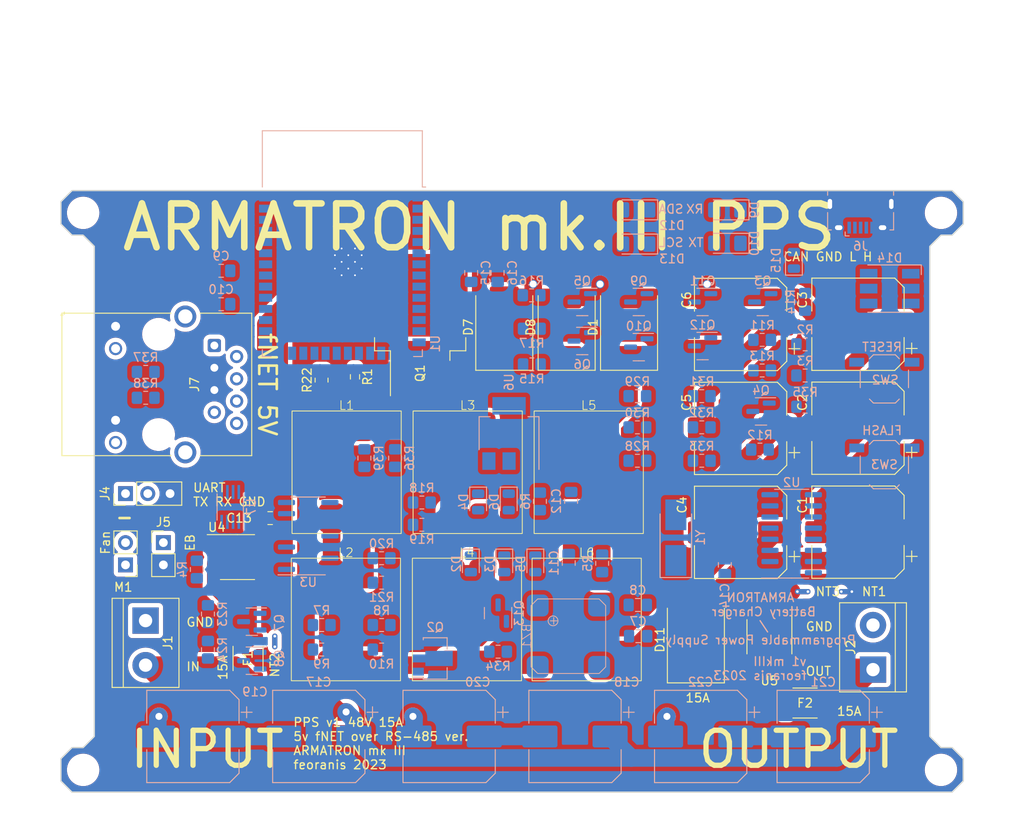
<source format=kicad_pcb>
(kicad_pcb (version 20221018) (generator pcbnew)
  (layers (0 "F.Cu" signal) (1 "In1.Cu" power) (2 "In2.Cu" signal) (31 "B.Cu" signal) (34 "B.Paste" user) (35 "F.Paste" user) (36 "B.SilkS" user "B.Silkscreen") (37 "F.SilkS" user "F.Silkscreen") (38 "B.Mask" user) (39 "F.Mask" user) (44 "Edge.Cuts" user))
  (net 0 "")
  (net 1 "VOUT")
  (net 2 "Net-(C1-Pad2)")
  (net 3 "Net-(C2-Pad2)")
  (net 4 "GND")
  (net 5 "Net-(C4-Pad2)")
  (net 6 "Net-(C5-Pad2)")
  (net 7 "Net-(D1-K)")
  (net 8 "Net-(J1-Pin_2)")
  (net 9 "Net-(J2-Pin_1)")
  (net 10 "SW")
  (net 11 "SWITCH_PIN")
  (net 16 "Net-(D11-A)")
  (net 18 "+5V")
  (net 30 "RS485_A")
  (net 31 "Net-(L1-Pad2)")
  (net 32 "Net-(L3-Pad2)")
  (net 33 "Net-(L5-Pad2)")
  (net 34 "Net-(U2-XI)")
  (net 36 "Net-(U2-XO)")
  (net 38 "PIN_RESET")
  (net 39 "PIN_FLASH")
  (net 40 "RESET_UART")
  (net 41 "RESET_Header")
  (net 42 "FLASH_UART")
  (net 43 "Net-(D5-K)")
  (net 44 "Net-(D6-K)")
  (net 45 "VBUS")
  (net 46 "D+")
  (net 47 "D-")
  (net 49 "TX")
  (net 50 "RX")
  (net 55 "nDTR")
  (net 56 "nRTS")
  (net 58 "SDA")
  (net 59 "SCL")
  (net 60 "Net-(U4-FILTER)")
  (net 61 "Net-(U5-FILTER)")
  (net 62 "VIN")
  (net 63 "PIN_BATT_B_SENSE")
  (net 64 "PIN_BATT_B_SENSE_ADC")
  (net 65 "PIN_VIN_SENSE")
  (net 66 "PIN_VIN_SENSE_ADC")
  (net 67 "IN")
  (net 68 "OUT")
  (net 69 "PIN_VOUT_SENSE")
  (net 70 "Net-(BZ1-+)")
  (net 71 "Net-(D9-A)")
  (net 72 "Net-(D10-A)")
  (net 73 "PIN_RGB_G")
  (net 74 "PIN_RGB_R")
  (net 75 "PIN_RGB_B")
  (net 76 "Net-(J7-Pad10)")
  (net 77 "Net-(J7-Pad12)")
  (net 79 "Net-(D12-A)")
  (net 80 "Net-(D13-A)")
  (net 81 "EB")
  (net 82 "+12V")
  (net 83 "Net-(M1--)")
  (net 84 "Net-(NT2-Pad1)")
  (net 85 "Net-(NT3-Pad1)")
  (net 86 "Net-(Q2-B)")
  (net 87 "Net-(Q3-B)")
  (net 88 "Net-(Q3-C)")
  (net 89 "Net-(Q4-B)")
  (net 90 "Net-(Q4-C)")
  (net 91 "Net-(Q5-B)")
  (net 92 "Net-(Q5-C)")
  (net 93 "Net-(Q6-B)")
  (net 94 "Net-(Q7-B)")
  (net 95 "Net-(Q8-B)")
  (net 96 "Net-(Q9-B)")
  (net 97 "Net-(Q10-B)")
  (net 98 "Net-(Q10-C)")
  (net 99 "Net-(Q11-B)")
  (net 100 "Net-(Q11-C)")
  (net 101 "Net-(Q12-C)")
  (net 102 "Net-(Q13-B)")
  (net 103 "VIN_ADC")
  (net 104 "VOUT_ADC")
  (net 105 "PIN_Fan")
  (net 106 "PIN_BUZZER")
  (net 107 "+3.3V")
  (net 108 "Net-(D14-BK)")
  (net 109 "Net-(D14-RK)")
  (net 110 "Net-(D14-GK)")
  (net 111 "RS485_B")
  (net 112 "RS485_RX")
  (net 113 "RS485_RX_H")
  (net 114 "RS485_TX")
  (net 115 "RS485_TX_H")
  (net 116 "RS485_DE")
  (net 117 "LED_1A")
  (net 118 "LED_1B")
  (net 119 "Net-(C17-Pad2)")
  (net 120 "Net-(C18-Pad2)")
  (net 121 "Net-(C21-Pad2)")
  (net 122 "GND_PIN")
  (net 123 "PGND")
  (footprint "Capacitor_SMD:CP_Elec_10x10" (layer "F.Cu") (at 120.668 107.543 180)
    (fp_text reference "C4")
    (fp_text value "1000µF 16v")
  )
  (footprint "Diode_SMD:D_SMC" (layer "F.Cu") (at 93.726 84.156 90)
    (fp_text reference "D7")
    (fp_text value "D")
  )
  (footprint "Diode_SMD:D_SMC" (layer "F.Cu") (at 107.95 84.156 90)
    (fp_text reference "D1")
    (fp_text value "D")
  )
  (footprint "NetTie:NetTie-2_THT_Pad0.3mm" (layer "F.Cu") (at 128.34 114.3 180)
    (fp_text reference "NT3")
    (fp_text value "NetTie_2")
  )
  (footprint "Fuse:Fuse_1812_4532Metric_Pad1.30x3.40mm_HandSolder" (layer "F.Cu") (at 128.016 127 180)
    (fp_text reference "F2")
    (fp_text value "15A")
  )
  (footprint "components:CDRH124" (layer "F.Cu") (at 75.7555 100.6905)
    (fp_text reference "L1")
    (fp_text value "1mH 4A")
  )
  (footprint "Diode_SMD:D_SMC" (layer "F.Cu") (at 115.57 119.79 90)
    (fp_text reference "D11")
    (fp_text value "D")
  )
  (footprint "components:CDRH124" (layer "F.Cu") (at 75.6715 117.475)
    (fp_text reference "L2")
    (fp_text value "1mH 4A")
  )
  (footprint "MountingHole:MountingHole_3.2mm_M3" (layer "F.Cu") (at 45.72 71.12)
    (fp_text reference "MH4" hide)
    (fp_text value "MountingHole_3.2mm_M3")
  )
  (footprint "MountingHole:MountingHole_3.2mm_M3" (layer "F.Cu") (at 45.72 134.62)
    (fp_text reference "MH1" hide)
    (fp_text value "MountingHole_3.2mm_M3")
  )
  (footprint "Connector_PinHeader_2.54mm:PinHeader_1x02_P2.54mm_Vertical" (layer "F.Cu") (at 54.864 108.712)
    (fp_text reference "J5")
    (fp_text value "Conn_01x02")
  )
  (footprint "Package_SO:SOIC-8_3.9x4.9mm_P1.27mm" (layer "F.Cu") (at 63.311 110.363)
    (fp_text reference "U4")
    (fp_text value "ACS712xLCTR-20A")
  )
  (footprint "Diode_SMD:D_SMC" (layer "F.Cu") (at 100.838 84.156 90)
    (fp_text reference "D8")
    (fp_text value "D")
  )
  (footprint "Connector_RJ:RJ45_Hanrun_HR911105A" (layer "F.Cu") (at 60.6745 86.238 -90)
    (fp_text reference "J7")
    (fp_text value "RJ45_LED_Shielded")
  )
  (footprint "Fuse:Fuse_1812_4532Metric_Pad1.30x3.40mm_HandSolder" (layer "F.Cu") (at 64.516 121.92 90)
    (fp_text reference "F1")
    (fp_text value "15A")
  )
  (footprint "Package_SO:SOIC-8_3.9x4.9mm_P1.27mm" (layer "F.Cu") (at 123.952 119.445 -90)
    (fp_text reference "U5")
    (fp_text value "ACS712xLCTR-20A")
  )
  (footprint "Capacitor_SMD:CP_Elec_10x10" (layer "F.Cu") (at 120.668 95.693 180)
    (fp_text reference "C5")
    (fp_text value "1000µF 16v")
  )
  (footprint "Connector_PinHeader_2.54mm:PinHeader_1x03_P2.54mm_Vertical" (layer "F.Cu") (at 50.546 103.124 90)
    (fp_text reference "J4")
    (fp_text value "Conn_01x03_Pin")
  )
  (footprint "components:CDRH124" (layer "F.Cu") (at 89.5555 100.6905)
    (fp_text reference "L3")
    (fp_text value "1mH 4A")
  )
  (footprint "components:CDRH124" (layer "F.Cu") (at 103.3555 100.6905)
    (fp_text reference "L5")
    (fp_text value "1mH 4A")
  )
  (footprint "NetTie:NetTie-2_THT_Pad0.3mm" (layer "F.Cu") (at 67.564 120.58 90)
    (fp_text reference "NT2")
    (fp_text value "NetTie_2")
  )
  (footprint "MountingHole:MountingHole_3.2mm_M3" (layer "F.Cu") (at 143.51 134.62)
    (fp_text reference "MH2" hide)
    (fp_text value "MountingHole_3.2mm_M3")
  )
  (footprint "Resistor_SMD:R_0603_1608Metric_Pad0.98x0.95mm_HandSolder" (layer "F.Cu") (at 76.708 89.8125 -90)
    (fp_text reference "R1")
    (fp_text value "R")
  )
  (footprint "Capacitor_SMD:C_0805_2012Metric_Pad1.18x1.45mm_HandSolder" (layer "F.Cu") (at 67.0345 105.918)
    (fp_text reference "C13")
    (fp_text value "1n")
  )
  (footprint "Capacitor_SMD:CP_Elec_10x10" (layer "F.Cu") (at 134.048 95.67 180)
    (fp_text reference "C2")
    (fp_text value "1000µF 16v")
  )
  (footprint "Package_TO_SOT_SMD:TO-263-2" (layer "F.Cu") (at 84.1375 82.018 90)
    (fp_text reference "Q1")
    (fp_text value "IRF4905")
  )
  (footprint "MountingHole:MountingHole_3.2mm_M3" (layer "F.Cu") (at 143.51 71.12)
    (fp_text reference "MH3" hide)
    (fp_text value "MountingHole_3.2mm_M3")
  )
  (footprint "NetTie:NetTie-2_THT_Pad0.3mm" (layer "F.Cu") (at 132.15 114.3)
    (fp_text reference "NT1")
    (fp_text value "NetTie_2")
  )
  (footprint "Connector_PinHeader_2.54mm:PinHeader_1x02_P2.54mm_Vertical" (layer "F.Cu") (at 50.546 111.252 180)
    (fp_text reference "M1")
    (fp_text value "Fan")
  )
  (footprint "Resistor_SMD:R_0805_2012Metric_Pad1.20x1.40mm_HandSolder" (layer "F.Cu") (at 72.898 90.186 90)
    (fp_text reference "R22")
    (fp_text value "10K")
  )
  (footprint "TerminalBlock:TerminalBlock_bornier-2_P5.08mm" (layer "F.Cu") (at 135.763 123.19 90)
    (fp_text reference "J2")
    (fp_text value "Screw_Terminal_01x02")
  )
  (footprint "components:CDRH124" (layer "F.Cu") (at 103.124 117.475)
    (fp_text reference "L6")
    (fp_text value "1mH 4A")
  )
  (footprint "Capacitor_SMD:CP_Elec_10x10" (layer "F.Cu") (at 120.668 83.843 180)
    (fp_text reference "C6")
    (fp_text value "1000µF 16v")
  )
  (footprint "Capacitor_SMD:CP_Elec_10x10" (layer "F.Cu") (at 134.048 107.52 180)
    (fp_text reference "C1")
    (fp_text value "1000µf 16v")
  )
  (footprint "components:CDRH124" (layer "F.Cu") (at 89.4715 117.475)
    (fp_text reference "L4")
    (fp_text value "1mH 4A")
  )
  (footprint "Capacitor_SMD:CP_Elec_10x10" (layer "F.Cu") (at 134.048 83.82 180)
    (fp_text reference "C3")
    (fp_text value "1000µF 16v")
  )
  (footprint "TerminalBlock:TerminalBlock_bornier-2_P5.08mm" (layer "F.Cu") (at 52.832 117.602 -90)
    (fp_text reference "J1")
    (fp_text value "Screw_Terminal_01x02")
  )
  (footprint "Diode_SMD:D_0805_2012Metric" (layer "B.Cu") (at 94.234 104.0745 -90)
    (fp_text reference "D6")
    (fp_text value "D")
  )
  (footprint "Package_TO_SOT_SMD:SOT-23" (layer "B.Cu") (at 109.063 86.426 180)
    (fp_text reference "Q10")
    (fp_text value "BC817")
  )
  (footprint "Capacitor_SMD:CP_Elec_10x10" (layer "B.Cu") (at 116.115 130.81 180)
    (fp_text reference "C22")
    (fp_text value "470µf 25v")
  )
  (footprint "Package_SO:SOIC-14_3.9x8.7mm_P1.27mm" (layer "B.Cu") (at 71.374 107.95)
    (fp_text reference "U3")
    (fp_text value "MCP3428")
  )
  (footprint "Capacitor_SMD:CP_Elec_10x10" (layer "B.Cu") (at 101.79 130.81 180)
    (fp_text reference "C18")
    (fp_text value "470µf 25v")
  )
  (footprint "Resistor_SMD:R_0805_2012Metric_Pad1.20x1.40mm_HandSolder" (layer "B.Cu") (at 77.777 99.076 90)
    (fp_text reference "R39")
    (fp_text value "1K")
  )
  (footprint "Diode_SMD:D_0805_2012Metric" (layer "B.Cu") (at 93.726 111.14 -90)
    (fp_text reference "D3")
    (fp_text value "D")
  )
  (footprint "LED_SMD:LED_1206_3216Metric_Pad1.42x1.75mm_HandSolder" (layer "B.Cu") (at 108.7485 70.778 180)
    (fp_text reference "D12")
    (fp_text value "LED")
  )
  (footprint "Package_TO_SOT_SMD:SOT-23" (layer "B.Cu") (at 102.616 81.28 180)
    (fp_text reference "Q5")
    (fp_text value "BC817")
  )
  (footprint "Resistor_SMD:R_0805_2012Metric_Pad1.20x1.40mm_HandSolder" (layer "B.Cu") (at 128.032 93.218 180)
    (fp_text reference "R35")
    (fp_text value "220R")
  )
  (footprint "Package_TO_SOT_SMD:SOT-23" (layer "B.Cu") (at 93.02 116.7515 90)
    (fp_text reference "Q13")
    (fp_text value "BC817")
  )
  (footprint "Resistor_SMD:R_0805_2012Metric_Pad1.20x1.40mm_HandSolder" (layer "B.Cu") (at 84.328 106.68)
    (fp_text reference "R19")
    (fp_text value "15K")
  )
  (footprint "Resistor_SMD:R_0805_2012Metric_Pad1.20x1.40mm_HandSolder" (layer "B.Cu") (at 52.848 89.252 180)
    (fp_text reference "R37")
    (fp_text value "1K")
  )
  (footprint "Resistor_SMD:R_0805_2012Metric_Pad1.20x1.40mm_HandSolder" (layer "B.Cu") (at 123.1275 85.598 180)
    (fp_text reference "R11")
    (fp_text value "10K")
  )
  (footprint "Capacitor_SMD:CP_Elec_10x10" (layer "B.Cu") (at 58.23 130.81 180)
    (fp_text reference "C19")
    (fp_text value "470µf 25v")
  )
  (footprint "Connector_USB:USB_Micro-B_Amphenol_10118194_Horizontal" (layer "B.Cu") (at 134.35 71.404)
    (fp_text reference "J6")
    (fp_text value "USB_B_Micro")
  )
  (footprint "Resistor_SMD:R_0805_2012Metric_Pad1.20x1.40mm_HandSolder" (layer "B.Cu") (at 96.8365 80.518 180)
    (fp_text reference "R16")
    (fp_text value "1K")
  )
  (footprint "Package_TO_SOT_SMD:SOT-23" (layer "B.Cu") (at 102.616 85.73 180)
    (fp_text reference "Q6")
    (fp_text value "BC817")
  )
  (footprint "Resistor_SMD:R_0805_2012Metric_Pad1.20x1.40mm_HandSolder" (layer "B.Cu") (at 59.944 116.856 90)
    (fp_text reference "R23")
    (fp_text value "10K")
  )
  (footprint "Package_TO_SOT_SMD:SOT-23" (layer "B.Cu") (at 64.9455 117.724 180)
    (fp_text reference "Q7")
    (fp_text value "BC817")
  )
  (footprint "Resistor_SMD:R_0805_2012Metric_Pad1.20x1.40mm_HandSolder" (layer "B.Cu") (at 123.1275 89.088 180)
    (fp_text reference "R13")
    (fp_text value "1k")
  )
  (footprint "Resistor_SMD:R_0805_2012Metric_Pad1.20x1.40mm_HandSolder" (layer "B.Cu") (at 59.944 120.92 90)
    (fp_text reference "R24")
    (fp_text value "10K")
  )
  (footprint "Resistor_SMD:R_0805_2012Metric_Pad1.20x1.40mm_HandSolder" (layer "B.Cu") (at 116.2375 92.014 180)
    (fp_text reference "R31")
    (fp_text value "10K")
  )
  (footprint "RF_Module:ESP32-WROOM-32" (layer "B.Cu") (at 75.265 77.6175 180)
    (fp_text reference "U1")
    (fp_text value "ESP32-WROOM-32")
  )
  (footprint "Resistor_SMD:R_0805_2012Metric_Pad1.20x1.40mm_HandSolder" (layer "B.Cu") (at 116.2375 99.38 180)
    (fp_text reference "R33")
    (fp_text value "1k")
  )
  (footprint "Resistor_SMD:R_0805_2012Metric_Pad1.20x1.40mm_HandSolder" (layer "B.Cu") (at 84.328 104.14 180)
    (fp_text reference "R18")
    (fp_text value "220K")
  )
  (footprint "Diode_SMD:D_0805_2012Metric" (layer "B.Cu") (at 90.747 104.0745 -90)
    (fp_text reference "D4")
    (fp_text value "D")
  )
  (footprint "Resistor_SMD:R_0805_2012Metric_Pad1.20x1.40mm_HandSolder" (layer "B.Cu") (at 52.848 92.202 180)
    (fp_text reference "R38")
    (fp_text value "1K")
  )
  (footprint "Package_TO_SOT_SMD:SOT-23" (layer "B.Cu") (at 116.332 86.304 180)
    (fp_text reference "Q12")
    (fp_text value "BC817")
  )
  (footprint "Diode_SMD:D_0805_2012Metric" (layer "B.Cu") (at 89.916 111.14 -90)
    (fp_text reference "D2")
    (fp_text value "D")
  )
  (footprint "Resistor_SMD:R_0805_2012Metric_Pad1.20x1.40mm_HandSolder" (layer "B.Cu") (at 72.914 120.904)
    (fp_text reference "R9")
    (fp_text value "15K")
  )
  (footprint "Resistor_SMD:R_0805_2012Metric_Pad1.20x1.40mm_HandSolder" (layer "B.Cu") (at 104.886 111.0775 -90)
    (fp_text reference "R5")
    (fp_text value "10K")
  )
  (footprint "LED_SMD:LED_1206_3216Metric_Pad1.42x1.75mm_HandSolder" (layer "B.Cu") (at 108.7485 74.676 180)
    (fp_text reference "D13")
    (fp_text value "LED")
  )
  (footprint "Resistor_SMD:R_0805_2012Metric_Pad1.20x1.40mm_HandSolder" (layer "B.Cu") (at 79.74 110.49 180)
    (fp_text reference "R20")
    (fp_text value "220K")
  )
  (footprint "Package_SO:SOIC-16_3.9x9.9mm_P1.27mm" (layer "B.Cu") (at 126.492 107.696)
    (fp_text reference "U2")
    (fp_text value "CH340G")
  )
  (footprint "Resistor_SMD:R_0805_2012Metric_Pad1.20x1.40mm_HandSolder" (layer "B.Cu") (at 128.016 81.264 -90)
    (fp_text reference "R14")
    (fp_text value "1k")
  )
  (footprint "LED_SMD:LED_1206_3216Metric_Pad1.42x1.75mm_HandSolder" (layer "B.Cu") (at 119.1625 74.588 180)
    (fp_text reference "D10")
    (fp_text value "LED")
  )
  (footprint "Capacitor_SMD:CP_Elec_10x10" (layer "B.Cu") (at 87.44 130.81 180)
    (fp_text reference "C20")
    (fp_text value "470µf 25v")
  )
  (footprint "Button_Switch_SMD:SW_SPST_TL3342" (layer "B.Cu") (at 137.058 99.822 180)
    (fp_text reference "SW3")
    (fp_text value "SW_Push")
  )
  (footprint "components:cmt-8504" (layer "B.Cu") (at 101.036 119.38 -90)
    (fp_text reference "BZ1")
    (fp_text value "Buzzer")
  )
  (footprint "Package_TO_SOT_SMD:SOT-89-3" (layer "B.Cu") (at 85.852 121.92)
    (fp_text reference "Q2")
    (fp_text value "BCX56")
  )
  (footprint "Capacitor_SMD:CP_Elec_10x10" (layer "B.Cu") (at 130.085 130.81 180)
    (fp_text reference "C21")
    (fp_text value "470µf 25v")
  )
  (footprint "Capacitor_SMD:C_0805_2012Metric_Pad1.18x1.45mm_HandSolder" (layer "B.Cu") (at 101.346 103.9745 -90)
    (fp_text reference "C12")
    (fp_text value "100n")
  )
  (footprint "Resistor_SMD:R_0805_2012Metric_Pad1.20x1.40mm_HandSolder" (layer "B.Cu") (at 79.74 118.11 180)
    (fp_text reference "R8")
    (fp_text value "22K")
  )
  (footprint "LED_SMD:LED_RGB_5050-6" (layer "B.Cu") (at 137.668 79.756 180)
    (fp_text reference "D14")
    (fp_text value "LED_RGB")
  )
  (footprint "Capacitor_SMD:C_0805_2012Metric_Pad1.18x1.45mm_HandSolder" (layer "B.Cu") (at 61.4465 81.534 180)
    (fp_text reference "C10")
    (fp_text value "100n")
  )
  (footprint "Package_TO_SOT_SMD:SOT-23" (layer "B.Cu") (at 109.063 81.28 180)
    (fp_text reference "Q9")
    (fp_text value "BC817")
  )
  (footprint "Capacitor_SMD:C_0805_2012Metric_Pad1.18x1.45mm_HandSolder" (layer "B.Cu") (at 89.954 77.9565 90)
    (fp_text reference "C15")
    (fp_text value "10u")
  )
  (footprint "Resistor_SMD:R_0805_2012Metric_Pad1.20x1.40mm_HandSolder" (layer "B.Cu") (at 58.674 111.776 -90)
    (fp_text reference "R4")
    (fp_text value "1K")
  )
  (footprint "Resistor_SMD:R_0805_2012Metric_Pad1.20x1.40mm_HandSolder" (layer "B.Cu") (at 81.28 99.076 90)
    (fp_text reference "R36")
    (fp_text value "1K")
  )
  (footprint "Resistor_SMD:R_0805_2012Metric_Pad1.20x1.40mm_HandSolder" (layer "B.Cu") (at 93.02 121.148)
    (fp_text reference "R34")
    (fp_text value "10K")
  )
  (footprint "Diode_SMD:D_0805_2012Metric" (layer "B.Cu") (at 126.746 76.5325 90)
    (fp_text reference "D15")
    (fp_text value "D")
  )
  (footprint "Resistor_SMD:R_0805_2012Metric_Pad1.20x1.40mm_HandSolder" (layer "B.Cu") (at 128.032 86.106 180)
    (fp_text reference "R2")
    (fp_text value "220R")
  )
  (footprint "Crystal:Crystal_SMD_5032-2Pin_5.0x3.2mm_HandSoldering" (layer "B.Cu") (at 113.284 108.144 90)
    (fp_text reference "Y1")
    (fp_text value "12MHz")
  )
  (footprint "Resistor_SMD:R_0805_2012Metric_Pad1.20x1.40mm_HandSolder" (layer "B.Cu") (at 128.032 89.662 180)
    (fp_text reference "R3")
    (fp_text value "220R")
  )
  (footprint "Package_TO_SOT_SMD:SOT-23" (layer "B.Cu") (at 122.9955 93.756 180)
    (fp_text reference "Q4")
    (fp_text value "BC817")
  )
  (footprint "Resistor_SMD:R_0805_2012Metric_Pad1.20x1.40mm_HandSolder" (layer "B.Cu") (at 96.8685 84.328)
    (fp_text reference "R17")
    (fp_text value "10K")
  )
  (footprint "Capacitor_SMD:C_0805_2012Metric_Pad1.18x1.45mm_HandSolder" (layer "B.Cu") (at 61.4465 77.724 180)
    (fp_text reference "C9")
    (fp_text value "4.7u")
  )
  (footprint "Resistor_SMD:R_0805_2012Metric_Pad1.20x1.40mm_HandSolder" (layer "B.Cu") (at 122.8735 98.11 180)
    (fp_text reference "R12")
    (fp_text value "10K")
  )
  (footprint "Resistor_SMD:R_0805_2012Metric_Pad1.20x1.40mm_HandSolder" (layer "B.Cu") (at 79.74 113.284)
    (fp_text reference "R21")
    (fp_text value "15K")
  )
  (footprint "Button_Switch_SMD:SW_SPST_TL3342" (layer "B.Cu") (at 137.058 90.048 180)
    (fp_text reference "SW2")
    (fp_text value "SW_Push")
  )
  (footprint "Resistor_SMD:R_0805_2012Metric_Pad1.20x1.40mm_HandSolder" (layer "B.Cu") (at 97.79 104.012 -90)
    (fp_text reference "R6")
    (fp_text value "10K")
  )
  (footprint "Resistor_SMD:R_0805_2012Metric_Pad1.20x1.40mm_HandSolder" (layer "B.Cu") (at 108.9035 99.38 180)
    (fp_text reference "R28")
    (fp_text value "10K")
  )
  (footprint "Capacitor_SMD:CP_Elec_10x10" (layer "B.Cu") (at 72.58 130.81 180)
    (fp_text reference "C17")
    (fp_text value "470µf 25v")
  )
  (footprint "Resistor_SMD:R_0805_2012Metric_Pad1.20x1.40mm_HandSolder" (layer "B.Cu") (at 108.9035 95.57 180)
    (fp_text reference "R30")
    (fp_text value "1k")
  )
  (footprint "Resistor_SMD:R_0805_2012Metric_Pad1.20x1.40mm_HandSolder" (layer "B.Cu") (at 79.74 120.904)
    (fp_text reference "R10")
    (fp_text value "15K")
  )
  (footprint "Resistor_SMD:R_0805_2012Metric_Pad1.20x1.40mm_HandSolder" (layer "B.Cu") (at 116.2375 95.57 180)
    (fp_text reference "R32")
    (fp_text value "10K")
  )
  (footprint "Capacitor_SMD:C_0805_2012Metric_Pad1.18x1.45mm_HandSolder" (layer "B.Cu") (at 118.872 111.252 90)
    (fp_text reference "C14")
    (fp_text value "1n")
  )
  (footprint "Capacitor_SMD:C_0805_2012Metric_Pad1.18x1.45mm_HandSolder" (layer "B.Cu") (at 92.964 77.9565 90)
    (fp_text reference "C16")
    (fp_text value "100n")
  )
  (footprint "Capacitor_SMD:C_0805_2012Metric_Pad1.18x1.45mm_HandSolder" (layer "B.Cu") (at 108.9875 119.38 180)
    (fp_text reference "C7")
    (fp_text value "22pF")
  )
  (footprint "LED_SMD:LED_1206_3216Metric_Pad1.42x1.75mm_HandSolder" (layer "B.Cu") (at 119.1625 70.778 180)
    (fp_text reference "D9")
    (fp_text value "LED")
  )
  (footprint "Resistor_SMD:R_0805_2012Metric_Pad1.20x1.40mm_HandSolder" (layer "B.Cu") (at 72.914 118.11 180)
    (fp_text reference "R7")
    (fp_text value "22K")
  )
  (footprint "Capacitor_SMD:C_0805_2012Metric_Pad1.18x1.45mm_HandSolder" (layer "B.Cu") (at 108.9445 115.824 180)
    (fp_text reference "C8")
    (fp_text value "22pF")
  )
  (footprint "Package_TO_SOT_SMD:SOT-23" (layer "B.Cu") (at 64.9455 122.174 180)
    (fp_text reference "Q8")
    (fp_text value "BC817")
  )
  (footprint "Package_TO_SOT_SMD:SOT-23" (layer "B.Cu") (at 123.19 81.28 180)
    (fp_text reference "Q3")
    (fp_text value "BC817")
  )
  (footprint "Package_TO_SOT_SMD:SOT-23" (layer "B.Cu") (at 116.332 81.28 180)
    (fp_text reference "Q11")
    (fp_text value "BC817")
  )
  (footprint "Capacitor_SMD:C_0805_2012Metric_Pad1.18x1.45mm_HandSolder" (layer "B.Cu") (at 101.076 111.04 -90)
    (fp_text reference "C11")
    (fp_text value "100n")
  )
  (footprint "Package_TO_SOT_SMD:SOT-223-3_TabPin2" (layer "B.Cu") (at 94.272 96.266 90)
    (fp_text reference "U6")
    (fp_text value "AMS1117-3.3")
  )
  (footprint "Diode_SMD:D_0805_2012Metric" (layer "B.Cu") (at 97.266 111.14 -90)
    (fp_text reference "D5")
    (fp_text value "D")
  )
  (footprint "Resistor_SMD:R_0805_2012Metric_Pad1.20x1.40mm_HandSolder" (layer "B.Cu") (at 96.8685 88.392)
    (fp_text reference "R15")
    (fp_text value "10K")
  )
  (footprint "Resistor_SMD:R_0805_2012Metric_Pad1.20x1.40mm_HandSolder" (layer "B.Cu") (at 108.9035 92.014 180)
    (fp_text reference "R29")
    (fp_text value "10K")
  )
  (footprint "Package_SO:SSOP-8_2.95x2.8mm_P0.65mm" (layer "B.Cu") (at 62.484 104.648 90)
    (fp_text reference "U7")
    (fp_text value "MAX485E")
  )
  (gr_poly (pts (xy 44.45 137.16) (xy 144.78 137.16) (xy 146.05 135.89) (xy 146.05 133.35) (xy 144.78 132.08) (xy 143.51 132.08) (xy 142.24 130.81) (xy 142.24 74.93) (xy 143.51 73.66) (xy 144.78 73.66) (xy 146.05 72.39) (xy 146.05 69.85) (xy 144.78 68.58) (xy 44.45 68.58) (xy 43.18 69.85) (xy 43.18 72.39) (xy 44.45 73.66) (xy 45.72 73.66) (xy 46.99 74.93) (xy 46.99 130.81) (xy 45.72 132.08) (xy 44.45 132.08) (xy 43.18 133.35) (xy 43.18 135.89)) (stroke (width 0.15)) (fill none) (layer "Edge.Cuts"))
  (gr_text "RX" (at 116.522524 71.276) (layer "B.SilkS") (effects (font (size 1 1)) (justify left bottom mirror)))
  (gr_text "SDA" (at 114.236524 71.276) (layer "B.SilkS") (effects (font (size 1 1)) (justify left bottom mirror)))
  (gr_text "SCL" (at 114.236524 75.086) (layer "B.SilkS") (effects (font (size 1 1)) (justify left bottom mirror)))
  (gr_text "RESET" (at 136.792 87) (layer "B.SilkS") (effects (font (size 1 1)) (justify bottom mirror)))
  (gr_text "ARMATRON\nBattery Charger \n/ \nProgrammable Power Supply" (at 122.936 120.396) (layer "B.SilkS") (effects (font (size 1 1)) (justify bottom mirror)))
  (gr_text "v1 mkIII\nfeoranis 2023" (at 128.27 124.46) (layer "B.SilkS") (effects (font (size 1 1)) (justify left bottom mirror)))
  (gr_text "FLASH" (at 136.792 96.52) (layer "B.SilkS") (effects (font (size 1 1)) (justify bottom mirror)))
  (gr_text "TX" (at 116.522524 75.086) (layer "B.SilkS") (effects (font (size 1 1)) (justify left bottom mirror)))
  (gr_text "OUTPUT" (at 115.57 134.62) (layer "F.SilkS") (effects (font (size 4 4) (thickness 0.6)) (justify left bottom)))
  (gr_text "CAN GND L H" (at 125.476 76.708) (layer "F.SilkS") (effects (font (size 1 1)) (justify left bottom)))
  (gr_text "fNET 5V" (at 65.532 90.678 270) (layer "F.SilkS") (effects (font (size 2 2) (thickness 0.3)) (justify bottom)))
  (gr_text "15A" (at 62.23 124.46 90) (layer "F.SilkS") (effects (font (size 1 1)) (justify left bottom)))
  (gr_text "INPUT" (at 50.8 134.62) (layer "F.SilkS") (effects (font (size 4 4) (thickness 0.6) bold) (justify left bottom)))
  (gr_text "15A" (at 131.572 128.524) (layer "F.SilkS") (effects (font (size 1 1)) (justify left bottom)))
  (gr_text "15A" (at 114.3 127) (layer "F.SilkS") (effects (font (size 1 1)) (justify left bottom)))
  (gr_text "PPS v1 48V 15A\n5v fNET over RS-485 ver.\nARMATRON mk III\nfeoranis 2023" (at 69.596 134.62) (layer "F.SilkS") (effects (font (size 1 1)) (justify left bottom)))
  (gr_text "UART\nTX RX GND" (at 58.166 104.648) (layer "F.SilkS") (effects (font (size 1 1)) (justify left bottom)))
  (gr_text "GND" (at 128.016 118.872) (layer "F.SilkS") (effects (font (size 1 1)) (justify left bottom)))
  (gr_text "GND" (at 57.404 118.364) (layer "F.SilkS") (effects (font (size 1 1)) (justify left bottom)))
  (gr_text "Fan" (at 48.26 108.712 90) (layer "F.SilkS") (effects (font (size 1 1))))
  (gr_text "ARMATRON mk.III PPS" (at 49.784 75.692) (layer "F.SilkS") (effects (font (size 5 5) (thickness 0.75)) (justify left bottom)))
  (gr_text "OUT" (at 128.016 123.952) (layer "F.SilkS") (effects (font (size 1 1)) (justify left bottom)))
  (gr_text "EB" (at 57.912 108.712 90) (layer "F.SilkS") (effects (font (size 1 1))))
  (gr_text "IN" (at 57.404 123.444) (layer "F.SilkS") (effects (font (size 1 1)) (justify left bottom)))
  (gr_text "-" (at 51.562 106.68) (layer "F.SilkS") (effects (font (size 1.5 1.5) (thickness 0.3) bold) (justify left bottom mirror)))
  (segment (start 121.412 119.38) (end 122.428 118.364) (width 2) (layer "F.Cu") (net 1))
  (segment (start 122.428 118.364) (end 122.428 117.856) (width 2) (layer "F.Cu") (net 1))
  (segment (start 122.047 116.97) (end 123.087 116.97) (width 2) (layer "F.Cu") (net 1))
  (segment (start 121.92 116.84) (end 122.177 116.84) (width 2) (layer "F.Cu") (net 1))
  (segment (start 115.57 123.19) (end 121.92 116.84) (width 2) (layer "F.Cu") (net 1))
  (segment (start 117.602 123.19) (end 121.412 119.38) (width 2) (layer "F.Cu") (net 1))
  (segment (start 115.57 123.19) (end 117.602 123.19) (width 2) (layer "F.Cu") (net 1))
  (segment (start 122.177 116.84) (end 122.047 116.97) (width 2) (layer "F.Cu") (net 1))
  (segment (start 130.048 103.67) (end 138.048 95.67) (width 2) (layer "F.Cu") (net 2))
  (segment (start 130.048 107.52) (end 130.048 103.67) (width 2) (layer "F.Cu") (net 2))
  (segment (start 130.048 95.67) (end 130.048 91.82) (width 2) (layer "F.Cu") (net 3))
  (segment (start 130.048 91.82) (end 138.048 83.82) (width 2) (layer "F.Cu") (net 3))
  (segment (start 116.668 107.543) (end 116.668 103.693) (width 2) (layer "F.Cu") (net 5))
  (segment (start 116.668 103.693) (end 124.668 95.693) (width 2) (layer "F.Cu") (net 5))
  (segment (start 116.668 95.693) (end 116.668 91.843) (width 2) (layer "F.Cu") (net 6))
  (segment (start 116.668 91.843) (end 124.668 83.843) (width 2) (layer "F.Cu") (net 6))
  (segment (start 86.6775 94.32) (end 87.841 95.4835) (width 2) (layer "F.Cu") (net 7))
  (segment (start 100.838 87.556) (end 93.726 87.556) (width 2) (layer "F.Cu") (net 7))
  (segment (start 107.95 92.6035) (end 105.07 95.4835) (width 2) (layer "F.Cu") (net 7))
  (segment (start 77.47 95.4835) (end 74.041 95.4835) (width 2) (layer "F.Cu") (net 7))
  (segment (start 105.07 95.4835) (end 101.641 95.4835) (width 2) (layer "F.Cu") (net 7))
  (segment (start 86.6775 89.668) (end 88.64 89.668) (width 2) (layer "F.Cu") (net 7))
  (segment (start 93.726 87.556) (end 88.7895 87.556) (width 2) (layer "F.Cu") (net 7))
  (segment (start 89.408 88.9) (end 106.68 88.9) (width 2) (layer "F.Cu") (net 7))
  (segment (start 86.36 87.884) (end 84.836 89.408) (width 2) (layer "F.Cu") (net 7))
  (segment (start 83.82 95.4835) (end 77.47 95.4835) (width 2) (layer "F.Cu") (net 7))
  (segment (start 84.836 94.4675) (end 83.82 95.4835) (width 2) (layer "F.Cu") (net 7))
  (segment (start 88.7895 87.556) (end 86.6775 89.668) (width 2) (layer "F.Cu") (net 7))
  (segment (start 103.1445 95.4835) (end 101.641 95.4835) (width 2) (layer "F.Cu") (net 7))
  (segment (start 100.838 87.556) (end 107.95 87.556) (width 2) (layer "F.Cu") (net 7))
  (segment (start 87.841 95.4835) (end 83.82 95.4835) (width 2) (layer "F.Cu") (net 7))
  (segment (start 88.64 89.668) (end 89.408 88.9) (width 2) (layer "F.Cu") (net 7))
  (segment (start 87.841 95.4835) (end 91.27 95.4835) (width 2) (layer "F.Cu") (net 7))
  (segment (start 86.6775 89.668) (end 86.6775 88.2015) (width 2) (layer "F.Cu") (net 7))
  (segment (start 88.4615 87.884) (end 86.36 87.884) (width 2) (layer "F.Cu") (net 7))
  (segment (start 88.7895 87.556) (end 88.4615 87.884) (width 2) (layer "F.Cu") (net 7))
  (segment (start 86.6775 89.668) (end 86.6775 94.32) (width 2) (layer "F.Cu") (net 7))
  (segment (start 84.836 89.408) (end 84.836 94.4675) (width 2) (layer "F.Cu") (net 7))
  (segment (start 107.95 87.556) (end 107.95 92.6035) (width 2) (layer "F.Cu") (net 7))
  (segment (start 106.68 88.9) (end 106.68 91.948) (width 2) (layer "F.Cu") (net 7))
  (segment (start 86.6775 88.2015) (end 86.36 87.884) (width 2) (layer "F.Cu") (net 7))
  (segment (start 106.68 91.948) (end 103.1445 95.4835) (width 2) (layer "F.Cu") (net 7))
  (segment (start 62.799 124.145) (end 64.516 124.145) (width 2) (layer "F.Cu") (net 8))
  (segment (start 52.832 122.682) (end 54.61 124.46) (width 2) (layer "F.Cu") (net 8))
  (segment (start 63.053 122.682) (end 64.516 124.145) (width 2) (layer "F.Cu") (net 8))
  (segment (start 52.832 122.682) (end 63.053 122.682) (width 2) (layer "F.Cu") (net 8))
  (segment (start 54.61 124.46) (end 62.484 124.46) (width 2) (layer "F.Cu") (net 8))
  (segment (start 62.484 124.46) (end 62.799 124.145) (width 2) (layer "F.Cu") (net 8))
  (segment (start 130.241 127) (end 130.241 126.299) (width 2) (layer "F.Cu") (net 9))
  (segment (start 135.509 122.936) (end 135.763 123.19) (width 2) (layer "F.Cu") (net 9))
  (segment (start 131.953 127) (end 135.763 123.19) (width 2) (layer "F.Cu") (net 9))
  (segment (start 133.604 122.936) (end 135.509 122.936) (width 2) (layer "F.Cu") (net 9))
  (segment (start 130.241 127) (end 131.953 127) (width 2) (layer "F.Cu") (net 9))
  (segment (start 130.241 126.299) (end 133.604 122.936) (width 2) (layer "F.Cu") (net 9))
  (segment (start 121.4395 110.7715) (end 124.668 107.543) (width 2) (layer "F.Cu") (net 16))
  (segment (start 91.186 122.682) (end 92.964 120.904) (width 2) (layer "F.Cu") (net 16))
  (segment (start 73.957 122.682) (end 77.386 122.682) (width 2) (layer "F.Cu") (net 16))
  (segment (start 115.821 116.39) (end 121.4395 110.7715) (width 2) (layer "F.Cu") (net 16))
  (segment (start 115.824 116.136) (end 115.57 116.39) (width 2) (layer "F.Cu") (net 16))
  (segment (start 114.808 114.808) (end 115.824 114.808) (width 2) (layer "F.Cu") (net 16))
  (segment (start 134.7965 110.7715) (end 138.048 107.52) (width 2) (layer "F.Cu") (net 16))
  (segment (start 112.522 116.84) (end 112.776 116.84) (width 2) (layer "F.Cu") (net 16))
  (segment (start 109.278 122.682) (end 115.57 116.39) (width 2) (layer "F.Cu") (net 16))
  (segment (start 112.776 116.84) (end 114.808 114.808) (width 2) (layer "F.Cu") (net 16))
  (segment (start 77.386 122.682) (end 87.757 122.682) (width 2) (layer "F.Cu") (net 16))
  (segment (start 115.824 114.808) (end 115.824 116.136) (width 2) (layer "F.Cu") (net 16))
  (segment (start 87.757 122.682) (end 91.186 122.682) (width 2) (layer "F.Cu") (net 16))
  (segment (start 104.8385 122.682) (end 109.278 122.682) (width 2) (layer "F.Cu") (net 16))
  (segment (start 92.964 120.904) (end 108.458 120.904) (width 2) (layer "F.Cu") (net 16))
  (segment (start 121.4395 110.7715) (end 134.7965 110.7715) (width 2) (layer "F.Cu") (net 16))
  (segment (start 108.458 120.904) (end 112.522 116.84) (width 2) (layer "F.Cu") (net 16))
  (segment (start 115.57 116.39) (end 115.821 116.39) (width 2) (layer "F.Cu") (net 16))
  (segment (start 101.4095 122.682) (end 104.8385 122.682) (width 2) (layer "F.Cu") (net 16))
  (segment (start 91.186 122.682) (end 101.4095 122.682) (width 2) (layer "F.Cu") (net 16))
  (segment (start 74.041 105.8975) (end 74.041 112.184) (width 2) (layer "F.Cu") (net 31))
  (segment (start 74.041 105.8975) (end 77.47 105.8975) (width 2) (layer "F.Cu") (net 31))
  (segment (start 77.47 112.184) (end 77.386 112.268) (width 2) (layer "F.Cu") (net 31))
  (segment (start 77.47 105.8975) (end 77.47 112.184) (width 2) (layer "F.Cu") (net 31))
  (segment (start 73.957 112.268) (end 77.386 112.268) (width 2) (layer "F.Cu") (net 31))
  (segment (start 74.041 112.184) (end 73.957 112.268) (width 2) (layer "F.Cu") (net 31))
  (segment (start 87.757 112.268) (end 91.186 112.268) (width 2) (layer "F.Cu") (net 32))
  (segment (start 91.186 112.268) (end 91.186 105.9815) (width 2) (layer "F.Cu") (net 32))
  (segment (start 87.757 112.268) (end 87.757 105.9815) (width 2) (layer "F.Cu") (net 32))
  (segment (start 91.186 105.9815) (end 91.27 105.8975) (width 2) (layer "F.Cu") (net 32))
  (segment (start 91.27 105.8975) (end 87.841 105.8975) (width 2) (layer "F.Cu") (net 32))
  (segment (start 87.757 105.9815) (end 87.841 105.8975) (width 2) (layer "F.Cu") (net 32))
  (segment (start 104.8385 106.129) (end 105.07 105.8975) (width 2) (layer "F.Cu") (net 33))
  (segment (start 104.8385 112.268) (end 104.8385 106.129) (width 2) (layer "F.Cu") (net 33))
  (segment (start 101.4095 112.268) (end 101.4095 106.129) (width 2) (layer "F.Cu") (net 33))
  (segment (start 101.4095 106.129) (end 101.641 105.8975) (width 2) (layer "F.Cu") (net 33))
  (segment (start 101.4095 112.268) (end 104.8385 112.268) (width 2) (layer "F.Cu") (net 33))
  (segment (start 101.641 105.8975) (end 105.07 105.8975) (width 2) (layer "F.Cu") (net 33))
  (segment (start 81.2235 82.804) (end 81.3625 82.943) (width 2) (layer "F.Cu") (net 62))
  (segment (start 62.676 109.028) (end 62.992 108.712) (width 2) (layer "F.Cu") (net 62))
  (segment (start 66.548 83.82) (end 69.088 81.28) (width 2) (layer "F.Cu") (net 62))
  (segment (start 60.96 109.028) (end 62.676 109.028) (width 2) (layer "F.Cu") (net 62))
  (segment (start 61.468 101.6) (end 66.548 96.52) (width 2) (layer "F.Cu") (net 62))
  (segment (start 61.468 107.826) (end 61.468 101.6) (width 2) (layer "F.Cu") (net 62))
  (segment (start 60.836 108.458) (end 61.468 107.826) (width 2) (layer "F.Cu") (net 62))
  (segment (start 60.96 108.582) (end 60.96 109.028) (width 2) (layer "F.Cu") (net 62))
  (segment (start 62.992 108.712) (end 62.992 102.616) (width 2) (layer "F.Cu") (net 62))
  (segment (start 68.072 97.536) (end 68.072 84.328) (width 2) (layer "F.Cu") (net 62))
  (segment (start 71.12 100.584) (end 68.072 97.536) (width 2) (layer "F.Cu") (net 62))
  (segment (start 60.836 108.458) (end 60.96 108.582) (width 2) (layer "F.Cu") (net 62))
  (segment (start 62.992 102.616) (end 68.072 97.536) (width 2) (layer "F.Cu") (net 62))
  (segment (start 66.548 96.52) (end 66.548 83.82) (width 2) (layer "F.Cu") (net 62))
  (segment (start 68.072 84.328) (end 69.596 82.804) (width 2) (layer "F.Cu") (net 62))
  (segment (start 71.12 124.225786) (end 71.12 100.584) (width 2) (layer "F.Cu") (net 62))
  (segment (start 74.910214 128.016) (end 71.12 124.225786) (width 2) (layer "F.Cu") (net 62))
  (segment (start 83.3755 81.28) (end 84.1375 80.518) (width 2) (layer "F.Cu") (net 62))
  (segment (start 75.692 128.016) (end 74.910214 128.016) (width 2) (layer "F.Cu") (net 62))
  (segment (start 69.596 82.804) (end 81.2235 82.804) (width 2) (layer "F.Cu") (net 62))
  (segment (start 69.088 81.28) (end 83.3755 81.28) (width 2) (layer "F.Cu") (net 62))
  (via (at 75.692 128.016) (size 1) (drill 0.8) (layers "F.Cu" "B.Cu") (net 62))
  (segment (start 108.204 133.26) (end 131.635 133.26) (width 2) (layer "B.Cu") (net 62))
  (segment (start 76.58 130.81) (end 79.03 133.26) (width 2) (layer "B.Cu") (net 62))
  (segment (start 105.79 130.846) (end 108.204 133.26) (width 2) (layer "B.Cu") (net 62))
  (segment (start 131.635 133.26) (end 134.085 130.81) (width 2) (layer "B.Cu") (net 62))
  (segment (start 79.03 133.26) (end 108.204 133.26) (width 2) (layer "B.Cu") (net 62))
  (segment (start 105.79 130.81) (end 105.79 130.846) (width 2) (layer "B.Cu") (net 62))
  (segment (start 76.58 130.81) (end 76.58 128.904) (width 2) (layer "B.Cu") (net 62))
  (segment (start 76.58 128.904) (end 75.692 128.016) (width 2) (layer "B.Cu") (net 62))
  (segment (start 62.992 118.171) (end 64.516 119.695) (width 2) (layer "F.Cu") (net 67))
  (segment (start 62.992 115.824) (end 62.992 118.171) (width 2) (layer "F.Cu") (net 67))
  (segment (start 60.836 111.636) (end 60.836 111.228) (width 2) (layer "F.Cu") (net 67))
  (segment (start 60.836 112.268) (end 60.836 113.668) (width 2) (layer "F.Cu") (net 67))
  (segment (start 64.516 119.695) (end 64.516 115.316) (width 2) (layer "F.Cu") (net 67))
  (segment (start 64.516 115.316) (end 60.836 111.636) (width 2) (layer "F.Cu") (net 67))
  (segment (start 60.836 113.668) (end 62.992 115.824) (width 2) (layer "F.Cu") (net 67))
  (segment (start 125.984 124.968) (end 125.984 126.807) (width 2) (layer "F.Cu") (net 68))
  (segment (start 125.857 116.97) (end 125.857 117.221) (width 2) (layer "F.Cu") (net 68))
  (segment (start 125.287 116.84) (end 127.508 116.84) (width 2) (layer "F.Cu") (net 68))
  (segment (start 127.508 118.872) (end 127.508 123.444) (width 2) (layer "F.Cu") (net 68))
  (segment (start 128.524 117.856) (end 128.524 124.267) (width 2) (layer "F.Cu") (net 68))
  (segment (start 125.287 116.97) (end 125.287 116.84) (width 2) (layer "F.Cu") (net 68))
  (segment (start 127.508 123.444) (end 125.984 124.968) (width 2) (layer "F.Cu") (net 68))
  (segment (start 125.287 115.505) (end 126.492 114.3) (width 2) (layer "F.Cu") (net 68))
  (segment (start 125.287 116.84) (end 125.287 115.505) (width 2) (layer "F.Cu") (net 68))
  (segment (start 128.524 124.267) (end 125.791 127) (width 2) (layer "F.Cu") (net 68))
  (segment (start 127.508 116.84) (end 128.524 117.856) (width 2) (layer "F.Cu") (net 68))
  (segment (start 125.857 117.221) (end 127.508 118.872) (width 2) (layer "F.Cu") (net 68))
  (segment (start 125.857 116.97) (end 125.287 116.97) (width 2) (layer "F.Cu") (net 68))
  (segment (start 125.984 126.807) (end 125.791 127) (width 2) (layer "F.Cu") (net 68))
  (segment (start 62.23 130.81) (end 68.58 130.81) (width 2) (layer "B.Cu") (net 119))
  (segment (start 91.44 130.81) (end 97.79 130.81) (width 2) (layer "B.Cu") (net 120))
  (segment (start 120.115 130.81) (end 126.085 130.81) (width 2) (layer "B.Cu") (net 121))
  (segment (start 97.028 79.244144) (end 97.023109 79.239253) (width 2) (layer "F.Cu") (net 123))
  (segment (start 115.824 80.756) (end 107.95 80.756) (width 2) (layer "F.Cu") (net 123))
  (segment (start 116.668 79.42) (end 116.84 79.248) (width 2) (layer "F.Cu") (net 123))
  (segment (start 97.028 80.756) (end 93.726 80.756) (width 2) (layer "F.Cu") (net 123))
  (segment (start 104.648 80.756) (end 100.838 80.756) (width 2) (layer "F.Cu") (net 123))
  (segment (start 107.95 80.756) (end 104.648 80.756) (width 2) (layer "F.Cu") (net 123))
  (segment (start 100.838 80.756) (end 97.028 80.756) (width 2) (layer "F.Cu") (net 123))
  (segment (start 116.668 81.6) (end 116.668 79.42) (width 2) (layer "F.Cu") (net 123))
  (segment (start 130.048 83.82) (end 126.984 80.756) (width 2) (layer "F.Cu") (net 123))
  (segment (start 104.648 80.756) (end 104.648 79.248) (width 2) (layer "F.Cu") (net 123))
  (segment (start 116.668 81.6) (end 115.824 80.756) (width 2) (layer "F.Cu") (net 123))
  (segment (start 126.984 80.756) (end 115.824 80.756) (width 2) (layer "F.Cu") (net 123))
  (segment (start 97.028 80.756) (end 97.028 79.244144) (width 2) (layer "F.Cu") (net 123))
  (segment (start 116.668 83.843) (end 116.668 81.6) (width 2) (layer "F.Cu") (net 123))
  (via (at 104.648 79.248) (size 1) (drill 0.8) (layers "F.Cu" "B.Cu") (net 123))
  (via (at 54.356 128.524) (size 1) (drill 0.8) (layers "F.Cu" "B.Cu") (net 123))
  (via (at 112.268 128.524) (size 1) (drill 0.8) (layers "F.Cu" "B.Cu") (net 123))
  (via (at 116.84 79.248) (size 1) (drill 0.8) (layers "F.Cu" "B.Cu") (net 123))
  (via (at 97.023109 79.239253) (size 1) (drill 0.8) (layers "F.Cu" "B.Cu") (net 123))
  (via (at 83.312 128.524) (size 1) (drill 0.8) (layers "F.Cu" "B.Cu") (net 123))
  (segment (start 112.115 130.81) (end 112.115 128.677) (width 2) (layer "B.Cu") (net 123))
  (segment (start 83.44 130.81) (end 83.44 128.652) (width 2) (layer "B.Cu") (net 123))
  (segment (start 83.44 128.652) (end 83.312 128.524) (width 2) (layer "B.Cu") (net 123))
  (segment (start 112.115 128.677) (end 112.268 128.524) (width 2) (layer "B.Cu") (net 123))
  (segment (start 54.23 130.81) (end 54.23 128.65) (width 2) (layer "B.Cu") (net 123))
  (segment (start 54.23 128.65) (end 54.356 128.524) (width 2) (layer "B.Cu") (net 123))
  (zone (net 4) (net_name "GND") (layers "F.Cu" "In2.Cu" "B.Cu") (connect_pads yes (clearance 0.5)) (min_thickness 0.25) (fill yes (thermal_gap 0.5) (thermal_bridge_width 0.5) (island_removal_mode 2) (island_area_min 10))
    (polygon (pts (xy 39.116 65.024) (xy 150.876 65.024) (xy 150.876 141.732) (xy 39.116 141.732)))
  )
)
</source>
